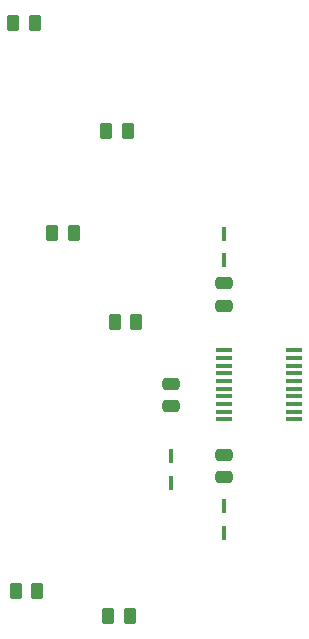
<source format=gbr>
%TF.GenerationSoftware,KiCad,Pcbnew,9.0.0*%
%TF.CreationDate,2025-05-26T21:52:58-04:00*%
%TF.ProjectId,Custom Inverter PCB,43757374-6f6d-4204-996e-766572746572,2*%
%TF.SameCoordinates,Original*%
%TF.FileFunction,Paste,Bot*%
%TF.FilePolarity,Positive*%
%FSLAX46Y46*%
G04 Gerber Fmt 4.6, Leading zero omitted, Abs format (unit mm)*
G04 Created by KiCad (PCBNEW 9.0.0) date 2025-05-26 21:52:58*
%MOMM*%
%LPD*%
G01*
G04 APERTURE LIST*
G04 Aperture macros list*
%AMRoundRect*
0 Rectangle with rounded corners*
0 $1 Rounding radius*
0 $2 $3 $4 $5 $6 $7 $8 $9 X,Y pos of 4 corners*
0 Add a 4 corners polygon primitive as box body*
4,1,4,$2,$3,$4,$5,$6,$7,$8,$9,$2,$3,0*
0 Add four circle primitives for the rounded corners*
1,1,$1+$1,$2,$3*
1,1,$1+$1,$4,$5*
1,1,$1+$1,$6,$7*
1,1,$1+$1,$8,$9*
0 Add four rect primitives between the rounded corners*
20,1,$1+$1,$2,$3,$4,$5,0*
20,1,$1+$1,$4,$5,$6,$7,0*
20,1,$1+$1,$6,$7,$8,$9,0*
20,1,$1+$1,$8,$9,$2,$3,0*%
G04 Aperture macros list end*
%ADD10RoundRect,0.250000X-0.262500X-0.450000X0.262500X-0.450000X0.262500X0.450000X-0.262500X0.450000X0*%
%ADD11R,0.457200X1.168400*%
%ADD12RoundRect,0.250000X0.475000X-0.250000X0.475000X0.250000X-0.475000X0.250000X-0.475000X-0.250000X0*%
%ADD13RoundRect,0.250000X-0.475000X0.250000X-0.475000X-0.250000X0.475000X-0.250000X0.475000X0.250000X0*%
%ADD14RoundRect,0.250000X0.262500X0.450000X-0.262500X0.450000X-0.262500X-0.450000X0.262500X-0.450000X0*%
%ADD15R,1.409700X0.355600*%
G04 APERTURE END LIST*
D10*
%TO.C,R6*%
X118208000Y-33512000D03*
X120033000Y-33512000D03*
%TD*%
D11*
%TO.C,CR2*%
X131530000Y-70182400D03*
X131530000Y-72443000D03*
%TD*%
D12*
%TO.C,C5*%
X136030000Y-71943000D03*
X136030000Y-70043000D03*
%TD*%
D13*
%TO.C,C3*%
X136030000Y-55543000D03*
X136030000Y-57443000D03*
%TD*%
D14*
%TO.C,R1*%
X120243600Y-81568600D03*
X118418600Y-81568600D03*
%TD*%
D15*
%TO.C,U1*%
X141935500Y-61193070D03*
X141935500Y-61843056D03*
X141935500Y-62493042D03*
X141935500Y-63143028D03*
X141935500Y-63793014D03*
X141935500Y-64443000D03*
X141935500Y-65092986D03*
X141935500Y-65742972D03*
X141935500Y-66392958D03*
X141935500Y-67042944D03*
X136030000Y-67042944D03*
X136030000Y-66392958D03*
X136030000Y-65742972D03*
X136030000Y-65092986D03*
X136030000Y-64443000D03*
X136030000Y-63793014D03*
X136030000Y-63143028D03*
X136030000Y-62493042D03*
X136030000Y-61843056D03*
X136030000Y-61193070D03*
%TD*%
D14*
%TO.C,R2*%
X128068600Y-83656100D03*
X126243600Y-83656100D03*
%TD*%
D10*
%TO.C,R3*%
X121515500Y-51308000D03*
X123340500Y-51308000D03*
%TD*%
D12*
%TO.C,C4*%
X131530000Y-65943000D03*
X131530000Y-64043000D03*
%TD*%
D14*
%TO.C,R4*%
X128625000Y-58808000D03*
X126800000Y-58808000D03*
%TD*%
D11*
%TO.C,CR1*%
X136075000Y-53593600D03*
X136075000Y-51333000D03*
%TD*%
%TO.C,CR3*%
X136030000Y-74421800D03*
X136030000Y-76682400D03*
%TD*%
D14*
%TO.C,R7*%
X127912500Y-42672000D03*
X126087500Y-42672000D03*
%TD*%
M02*

</source>
